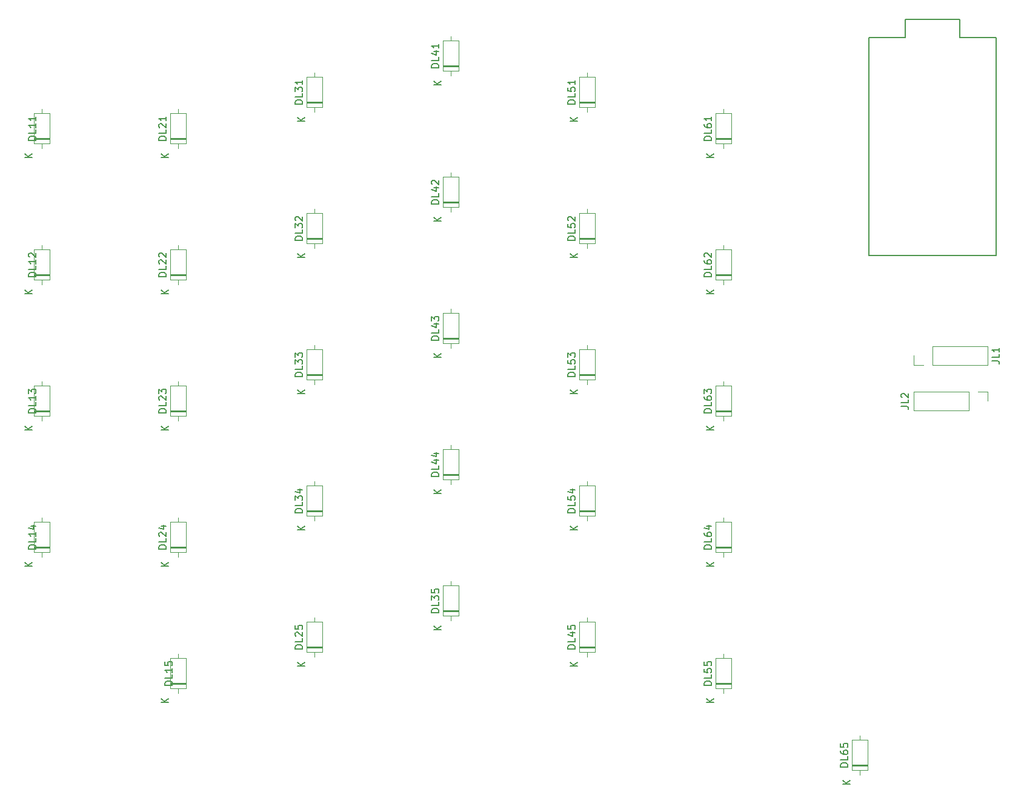
<source format=gbr>
%TF.GenerationSoftware,KiCad,Pcbnew,(5.1.9)-1*%
%TF.CreationDate,2021-03-27T16:34:22+07:00*%
%TF.ProjectId,LetsSplit256,4c657473-5370-46c6-9974-3235362e6b69,rev?*%
%TF.SameCoordinates,Original*%
%TF.FileFunction,Legend,Top*%
%TF.FilePolarity,Positive*%
%FSLAX46Y46*%
G04 Gerber Fmt 4.6, Leading zero omitted, Abs format (unit mm)*
G04 Created by KiCad (PCBNEW (5.1.9)-1) date 2021-03-27 16:34:22*
%MOMM*%
%LPD*%
G01*
G04 APERTURE LIST*
%ADD10C,0.120000*%
%ADD11C,0.150000*%
G04 APERTURE END LIST*
D10*
%TO.C,JL1*%
X158810000Y-82610000D02*
X158810000Y-79950000D01*
X151130000Y-82610000D02*
X158810000Y-82610000D01*
X151130000Y-79950000D02*
X158810000Y-79950000D01*
X151130000Y-82610000D02*
X151130000Y-79950000D01*
X149860000Y-82610000D02*
X148530000Y-82610000D01*
X148530000Y-82610000D02*
X148530000Y-81280000D01*
%TO.C,JL2*%
X148530000Y-86300000D02*
X148530000Y-88960000D01*
X156210000Y-86300000D02*
X148530000Y-86300000D01*
X156210000Y-88960000D02*
X148530000Y-88960000D01*
X156210000Y-86300000D02*
X156210000Y-88960000D01*
X157480000Y-86300000D02*
X158810000Y-86300000D01*
X158810000Y-86300000D02*
X158810000Y-87630000D01*
%TO.C,DL65*%
X139850000Y-138680000D02*
X142090000Y-138680000D01*
X139850000Y-138440000D02*
X142090000Y-138440000D01*
X139850000Y-138560000D02*
X142090000Y-138560000D01*
X140970000Y-134390000D02*
X140970000Y-135040000D01*
X140970000Y-139930000D02*
X140970000Y-139280000D01*
X139850000Y-135040000D02*
X139850000Y-139280000D01*
X142090000Y-135040000D02*
X139850000Y-135040000D01*
X142090000Y-139280000D02*
X142090000Y-135040000D01*
X139850000Y-139280000D02*
X142090000Y-139280000D01*
%TO.C,DL64*%
X120800000Y-108800000D02*
X123040000Y-108800000D01*
X123040000Y-108800000D02*
X123040000Y-104560000D01*
X123040000Y-104560000D02*
X120800000Y-104560000D01*
X120800000Y-104560000D02*
X120800000Y-108800000D01*
X121920000Y-109450000D02*
X121920000Y-108800000D01*
X121920000Y-103910000D02*
X121920000Y-104560000D01*
X120800000Y-108080000D02*
X123040000Y-108080000D01*
X120800000Y-107960000D02*
X123040000Y-107960000D01*
X120800000Y-108200000D02*
X123040000Y-108200000D01*
%TO.C,DL63*%
X120800000Y-89150000D02*
X123040000Y-89150000D01*
X120800000Y-88910000D02*
X123040000Y-88910000D01*
X120800000Y-89030000D02*
X123040000Y-89030000D01*
X121920000Y-84860000D02*
X121920000Y-85510000D01*
X121920000Y-90400000D02*
X121920000Y-89750000D01*
X120800000Y-85510000D02*
X120800000Y-89750000D01*
X123040000Y-85510000D02*
X120800000Y-85510000D01*
X123040000Y-89750000D02*
X123040000Y-85510000D01*
X120800000Y-89750000D02*
X123040000Y-89750000D01*
%TO.C,DL62*%
X120800000Y-70100000D02*
X123040000Y-70100000D01*
X120800000Y-69860000D02*
X123040000Y-69860000D01*
X120800000Y-69980000D02*
X123040000Y-69980000D01*
X121920000Y-65810000D02*
X121920000Y-66460000D01*
X121920000Y-71350000D02*
X121920000Y-70700000D01*
X120800000Y-66460000D02*
X120800000Y-70700000D01*
X123040000Y-66460000D02*
X120800000Y-66460000D01*
X123040000Y-70700000D02*
X123040000Y-66460000D01*
X120800000Y-70700000D02*
X123040000Y-70700000D01*
%TO.C,DL61*%
X120800000Y-51050000D02*
X123040000Y-51050000D01*
X120800000Y-50810000D02*
X123040000Y-50810000D01*
X120800000Y-50930000D02*
X123040000Y-50930000D01*
X121920000Y-46760000D02*
X121920000Y-47410000D01*
X121920000Y-52300000D02*
X121920000Y-51650000D01*
X120800000Y-47410000D02*
X120800000Y-51650000D01*
X123040000Y-47410000D02*
X120800000Y-47410000D01*
X123040000Y-51650000D02*
X123040000Y-47410000D01*
X120800000Y-51650000D02*
X123040000Y-51650000D01*
%TO.C,DL55*%
X120800000Y-127850000D02*
X123040000Y-127850000D01*
X123040000Y-127850000D02*
X123040000Y-123610000D01*
X123040000Y-123610000D02*
X120800000Y-123610000D01*
X120800000Y-123610000D02*
X120800000Y-127850000D01*
X121920000Y-128500000D02*
X121920000Y-127850000D01*
X121920000Y-122960000D02*
X121920000Y-123610000D01*
X120800000Y-127130000D02*
X123040000Y-127130000D01*
X120800000Y-127010000D02*
X123040000Y-127010000D01*
X120800000Y-127250000D02*
X123040000Y-127250000D01*
%TO.C,DL54*%
X101750000Y-103120000D02*
X103990000Y-103120000D01*
X101750000Y-102880000D02*
X103990000Y-102880000D01*
X101750000Y-103000000D02*
X103990000Y-103000000D01*
X102870000Y-98830000D02*
X102870000Y-99480000D01*
X102870000Y-104370000D02*
X102870000Y-103720000D01*
X101750000Y-99480000D02*
X101750000Y-103720000D01*
X103990000Y-99480000D02*
X101750000Y-99480000D01*
X103990000Y-103720000D02*
X103990000Y-99480000D01*
X101750000Y-103720000D02*
X103990000Y-103720000D01*
%TO.C,DL53*%
X101750000Y-84670000D02*
X103990000Y-84670000D01*
X103990000Y-84670000D02*
X103990000Y-80430000D01*
X103990000Y-80430000D02*
X101750000Y-80430000D01*
X101750000Y-80430000D02*
X101750000Y-84670000D01*
X102870000Y-85320000D02*
X102870000Y-84670000D01*
X102870000Y-79780000D02*
X102870000Y-80430000D01*
X101750000Y-83950000D02*
X103990000Y-83950000D01*
X101750000Y-83830000D02*
X103990000Y-83830000D01*
X101750000Y-84070000D02*
X103990000Y-84070000D01*
%TO.C,DL52*%
X101750000Y-65620000D02*
X103990000Y-65620000D01*
X103990000Y-65620000D02*
X103990000Y-61380000D01*
X103990000Y-61380000D02*
X101750000Y-61380000D01*
X101750000Y-61380000D02*
X101750000Y-65620000D01*
X102870000Y-66270000D02*
X102870000Y-65620000D01*
X102870000Y-60730000D02*
X102870000Y-61380000D01*
X101750000Y-64900000D02*
X103990000Y-64900000D01*
X101750000Y-64780000D02*
X103990000Y-64780000D01*
X101750000Y-65020000D02*
X103990000Y-65020000D01*
%TO.C,DL51*%
X101750000Y-46570000D02*
X103990000Y-46570000D01*
X103990000Y-46570000D02*
X103990000Y-42330000D01*
X103990000Y-42330000D02*
X101750000Y-42330000D01*
X101750000Y-42330000D02*
X101750000Y-46570000D01*
X102870000Y-47220000D02*
X102870000Y-46570000D01*
X102870000Y-41680000D02*
X102870000Y-42330000D01*
X101750000Y-45850000D02*
X103990000Y-45850000D01*
X101750000Y-45730000D02*
X103990000Y-45730000D01*
X101750000Y-45970000D02*
X103990000Y-45970000D01*
%TO.C,DL45*%
X101750000Y-122170000D02*
X103990000Y-122170000D01*
X101750000Y-121930000D02*
X103990000Y-121930000D01*
X101750000Y-122050000D02*
X103990000Y-122050000D01*
X102870000Y-117880000D02*
X102870000Y-118530000D01*
X102870000Y-123420000D02*
X102870000Y-122770000D01*
X101750000Y-118530000D02*
X101750000Y-122770000D01*
X103990000Y-118530000D02*
X101750000Y-118530000D01*
X103990000Y-122770000D02*
X103990000Y-118530000D01*
X101750000Y-122770000D02*
X103990000Y-122770000D01*
%TO.C,DL44*%
X82700000Y-98640000D02*
X84940000Y-98640000D01*
X84940000Y-98640000D02*
X84940000Y-94400000D01*
X84940000Y-94400000D02*
X82700000Y-94400000D01*
X82700000Y-94400000D02*
X82700000Y-98640000D01*
X83820000Y-99290000D02*
X83820000Y-98640000D01*
X83820000Y-93750000D02*
X83820000Y-94400000D01*
X82700000Y-97920000D02*
X84940000Y-97920000D01*
X82700000Y-97800000D02*
X84940000Y-97800000D01*
X82700000Y-98040000D02*
X84940000Y-98040000D01*
%TO.C,DL43*%
X82700000Y-78990000D02*
X84940000Y-78990000D01*
X82700000Y-78750000D02*
X84940000Y-78750000D01*
X82700000Y-78870000D02*
X84940000Y-78870000D01*
X83820000Y-74700000D02*
X83820000Y-75350000D01*
X83820000Y-80240000D02*
X83820000Y-79590000D01*
X82700000Y-75350000D02*
X82700000Y-79590000D01*
X84940000Y-75350000D02*
X82700000Y-75350000D01*
X84940000Y-79590000D02*
X84940000Y-75350000D01*
X82700000Y-79590000D02*
X84940000Y-79590000D01*
%TO.C,DL42*%
X82700000Y-59940000D02*
X84940000Y-59940000D01*
X82700000Y-59700000D02*
X84940000Y-59700000D01*
X82700000Y-59820000D02*
X84940000Y-59820000D01*
X83820000Y-55650000D02*
X83820000Y-56300000D01*
X83820000Y-61190000D02*
X83820000Y-60540000D01*
X82700000Y-56300000D02*
X82700000Y-60540000D01*
X84940000Y-56300000D02*
X82700000Y-56300000D01*
X84940000Y-60540000D02*
X84940000Y-56300000D01*
X82700000Y-60540000D02*
X84940000Y-60540000D01*
%TO.C,DL41*%
X82700000Y-40890000D02*
X84940000Y-40890000D01*
X82700000Y-40650000D02*
X84940000Y-40650000D01*
X82700000Y-40770000D02*
X84940000Y-40770000D01*
X83820000Y-36600000D02*
X83820000Y-37250000D01*
X83820000Y-42140000D02*
X83820000Y-41490000D01*
X82700000Y-37250000D02*
X82700000Y-41490000D01*
X84940000Y-37250000D02*
X82700000Y-37250000D01*
X84940000Y-41490000D02*
X84940000Y-37250000D01*
X82700000Y-41490000D02*
X84940000Y-41490000D01*
%TO.C,DL35*%
X82700000Y-117690000D02*
X84940000Y-117690000D01*
X84940000Y-117690000D02*
X84940000Y-113450000D01*
X84940000Y-113450000D02*
X82700000Y-113450000D01*
X82700000Y-113450000D02*
X82700000Y-117690000D01*
X83820000Y-118340000D02*
X83820000Y-117690000D01*
X83820000Y-112800000D02*
X83820000Y-113450000D01*
X82700000Y-116970000D02*
X84940000Y-116970000D01*
X82700000Y-116850000D02*
X84940000Y-116850000D01*
X82700000Y-117090000D02*
X84940000Y-117090000D01*
%TO.C,DL34*%
X63650000Y-103120000D02*
X65890000Y-103120000D01*
X63650000Y-102880000D02*
X65890000Y-102880000D01*
X63650000Y-103000000D02*
X65890000Y-103000000D01*
X64770000Y-98830000D02*
X64770000Y-99480000D01*
X64770000Y-104370000D02*
X64770000Y-103720000D01*
X63650000Y-99480000D02*
X63650000Y-103720000D01*
X65890000Y-99480000D02*
X63650000Y-99480000D01*
X65890000Y-103720000D02*
X65890000Y-99480000D01*
X63650000Y-103720000D02*
X65890000Y-103720000D01*
%TO.C,DL33*%
X63650000Y-84670000D02*
X65890000Y-84670000D01*
X65890000Y-84670000D02*
X65890000Y-80430000D01*
X65890000Y-80430000D02*
X63650000Y-80430000D01*
X63650000Y-80430000D02*
X63650000Y-84670000D01*
X64770000Y-85320000D02*
X64770000Y-84670000D01*
X64770000Y-79780000D02*
X64770000Y-80430000D01*
X63650000Y-83950000D02*
X65890000Y-83950000D01*
X63650000Y-83830000D02*
X65890000Y-83830000D01*
X63650000Y-84070000D02*
X65890000Y-84070000D01*
%TO.C,DL32*%
X63650000Y-65620000D02*
X65890000Y-65620000D01*
X65890000Y-65620000D02*
X65890000Y-61380000D01*
X65890000Y-61380000D02*
X63650000Y-61380000D01*
X63650000Y-61380000D02*
X63650000Y-65620000D01*
X64770000Y-66270000D02*
X64770000Y-65620000D01*
X64770000Y-60730000D02*
X64770000Y-61380000D01*
X63650000Y-64900000D02*
X65890000Y-64900000D01*
X63650000Y-64780000D02*
X65890000Y-64780000D01*
X63650000Y-65020000D02*
X65890000Y-65020000D01*
%TO.C,DL31*%
X63650000Y-46570000D02*
X65890000Y-46570000D01*
X65890000Y-46570000D02*
X65890000Y-42330000D01*
X65890000Y-42330000D02*
X63650000Y-42330000D01*
X63650000Y-42330000D02*
X63650000Y-46570000D01*
X64770000Y-47220000D02*
X64770000Y-46570000D01*
X64770000Y-41680000D02*
X64770000Y-42330000D01*
X63650000Y-45850000D02*
X65890000Y-45850000D01*
X63650000Y-45730000D02*
X65890000Y-45730000D01*
X63650000Y-45970000D02*
X65890000Y-45970000D01*
%TO.C,DL25*%
X63650000Y-122170000D02*
X65890000Y-122170000D01*
X63650000Y-121930000D02*
X65890000Y-121930000D01*
X63650000Y-122050000D02*
X65890000Y-122050000D01*
X64770000Y-117880000D02*
X64770000Y-118530000D01*
X64770000Y-123420000D02*
X64770000Y-122770000D01*
X63650000Y-118530000D02*
X63650000Y-122770000D01*
X65890000Y-118530000D02*
X63650000Y-118530000D01*
X65890000Y-122770000D02*
X65890000Y-118530000D01*
X63650000Y-122770000D02*
X65890000Y-122770000D01*
%TO.C,DL24*%
X44600000Y-108800000D02*
X46840000Y-108800000D01*
X46840000Y-108800000D02*
X46840000Y-104560000D01*
X46840000Y-104560000D02*
X44600000Y-104560000D01*
X44600000Y-104560000D02*
X44600000Y-108800000D01*
X45720000Y-109450000D02*
X45720000Y-108800000D01*
X45720000Y-103910000D02*
X45720000Y-104560000D01*
X44600000Y-108080000D02*
X46840000Y-108080000D01*
X44600000Y-107960000D02*
X46840000Y-107960000D01*
X44600000Y-108200000D02*
X46840000Y-108200000D01*
%TO.C,DL23*%
X44600000Y-89150000D02*
X46840000Y-89150000D01*
X44600000Y-88910000D02*
X46840000Y-88910000D01*
X44600000Y-89030000D02*
X46840000Y-89030000D01*
X45720000Y-84860000D02*
X45720000Y-85510000D01*
X45720000Y-90400000D02*
X45720000Y-89750000D01*
X44600000Y-85510000D02*
X44600000Y-89750000D01*
X46840000Y-85510000D02*
X44600000Y-85510000D01*
X46840000Y-89750000D02*
X46840000Y-85510000D01*
X44600000Y-89750000D02*
X46840000Y-89750000D01*
%TO.C,DL22*%
X44600000Y-70700000D02*
X46840000Y-70700000D01*
X46840000Y-70700000D02*
X46840000Y-66460000D01*
X46840000Y-66460000D02*
X44600000Y-66460000D01*
X44600000Y-66460000D02*
X44600000Y-70700000D01*
X45720000Y-71350000D02*
X45720000Y-70700000D01*
X45720000Y-65810000D02*
X45720000Y-66460000D01*
X44600000Y-69980000D02*
X46840000Y-69980000D01*
X44600000Y-69860000D02*
X46840000Y-69860000D01*
X44600000Y-70100000D02*
X46840000Y-70100000D01*
%TO.C,DL21*%
X44600000Y-51050000D02*
X46840000Y-51050000D01*
X44600000Y-50810000D02*
X46840000Y-50810000D01*
X44600000Y-50930000D02*
X46840000Y-50930000D01*
X45720000Y-46760000D02*
X45720000Y-47410000D01*
X45720000Y-52300000D02*
X45720000Y-51650000D01*
X44600000Y-47410000D02*
X44600000Y-51650000D01*
X46840000Y-47410000D02*
X44600000Y-47410000D01*
X46840000Y-51650000D02*
X46840000Y-47410000D01*
X44600000Y-51650000D02*
X46840000Y-51650000D01*
%TO.C,DL15*%
X44600000Y-127850000D02*
X46840000Y-127850000D01*
X46840000Y-127850000D02*
X46840000Y-123610000D01*
X46840000Y-123610000D02*
X44600000Y-123610000D01*
X44600000Y-123610000D02*
X44600000Y-127850000D01*
X45720000Y-128500000D02*
X45720000Y-127850000D01*
X45720000Y-122960000D02*
X45720000Y-123610000D01*
X44600000Y-127130000D02*
X46840000Y-127130000D01*
X44600000Y-127010000D02*
X46840000Y-127010000D01*
X44600000Y-127250000D02*
X46840000Y-127250000D01*
%TO.C,DL14*%
X25550000Y-108800000D02*
X27790000Y-108800000D01*
X27790000Y-108800000D02*
X27790000Y-104560000D01*
X27790000Y-104560000D02*
X25550000Y-104560000D01*
X25550000Y-104560000D02*
X25550000Y-108800000D01*
X26670000Y-109450000D02*
X26670000Y-108800000D01*
X26670000Y-103910000D02*
X26670000Y-104560000D01*
X25550000Y-108080000D02*
X27790000Y-108080000D01*
X25550000Y-107960000D02*
X27790000Y-107960000D01*
X25550000Y-108200000D02*
X27790000Y-108200000D01*
%TO.C,DL13*%
X25550000Y-89150000D02*
X27790000Y-89150000D01*
X25550000Y-88910000D02*
X27790000Y-88910000D01*
X25550000Y-89030000D02*
X27790000Y-89030000D01*
X26670000Y-84860000D02*
X26670000Y-85510000D01*
X26670000Y-90400000D02*
X26670000Y-89750000D01*
X25550000Y-85510000D02*
X25550000Y-89750000D01*
X27790000Y-85510000D02*
X25550000Y-85510000D01*
X27790000Y-89750000D02*
X27790000Y-85510000D01*
X25550000Y-89750000D02*
X27790000Y-89750000D01*
%TO.C,DL12*%
X25550000Y-70100000D02*
X27790000Y-70100000D01*
X25550000Y-69860000D02*
X27790000Y-69860000D01*
X25550000Y-69980000D02*
X27790000Y-69980000D01*
X26670000Y-65810000D02*
X26670000Y-66460000D01*
X26670000Y-71350000D02*
X26670000Y-70700000D01*
X25550000Y-66460000D02*
X25550000Y-70700000D01*
X27790000Y-66460000D02*
X25550000Y-66460000D01*
X27790000Y-70700000D02*
X27790000Y-66460000D01*
X25550000Y-70700000D02*
X27790000Y-70700000D01*
%TO.C,DL11*%
X25550000Y-51650000D02*
X27790000Y-51650000D01*
X27790000Y-51650000D02*
X27790000Y-47410000D01*
X27790000Y-47410000D02*
X25550000Y-47410000D01*
X25550000Y-47410000D02*
X25550000Y-51650000D01*
X26670000Y-52300000D02*
X26670000Y-51650000D01*
X26670000Y-46760000D02*
X26670000Y-47410000D01*
X25550000Y-50930000D02*
X27790000Y-50930000D01*
X25550000Y-50810000D02*
X27790000Y-50810000D01*
X25550000Y-51050000D02*
X27790000Y-51050000D01*
D11*
%TO.C,U1*%
X142240000Y-36830000D02*
X142240000Y-67310000D01*
X142240000Y-36830000D02*
X147320000Y-36830000D01*
X147320000Y-36830000D02*
X147320000Y-34290000D01*
X147320000Y-34290000D02*
X154940000Y-34290000D01*
X154940000Y-34290000D02*
X154940000Y-36830000D01*
X154940000Y-36830000D02*
X160020000Y-36830000D01*
X160020000Y-36830000D02*
X160020000Y-67310000D01*
X160020000Y-67310000D02*
X142240000Y-67310000D01*
%TO.C,JL1*%
X159472380Y-82018095D02*
X160186666Y-82018095D01*
X160329523Y-82065714D01*
X160424761Y-82160952D01*
X160472380Y-82303809D01*
X160472380Y-82399047D01*
X160472380Y-81065714D02*
X160472380Y-81541904D01*
X159472380Y-81541904D01*
X160472380Y-80208571D02*
X160472380Y-80780000D01*
X160472380Y-80494285D02*
X159472380Y-80494285D01*
X159615238Y-80589523D01*
X159710476Y-80684761D01*
X159758095Y-80780000D01*
%TO.C,JL2*%
X146772380Y-88368095D02*
X147486666Y-88368095D01*
X147629523Y-88415714D01*
X147724761Y-88510952D01*
X147772380Y-88653809D01*
X147772380Y-88749047D01*
X147772380Y-87415714D02*
X147772380Y-87891904D01*
X146772380Y-87891904D01*
X146867619Y-87130000D02*
X146820000Y-87082380D01*
X146772380Y-86987142D01*
X146772380Y-86749047D01*
X146820000Y-86653809D01*
X146867619Y-86606190D01*
X146962857Y-86558571D01*
X147058095Y-86558571D01*
X147200952Y-86606190D01*
X147772380Y-87177619D01*
X147772380Y-86558571D01*
%TO.C,DL65*%
X139302380Y-138779047D02*
X138302380Y-138779047D01*
X138302380Y-138540952D01*
X138350000Y-138398095D01*
X138445238Y-138302857D01*
X138540476Y-138255238D01*
X138730952Y-138207619D01*
X138873809Y-138207619D01*
X139064285Y-138255238D01*
X139159523Y-138302857D01*
X139254761Y-138398095D01*
X139302380Y-138540952D01*
X139302380Y-138779047D01*
X139302380Y-137302857D02*
X139302380Y-137779047D01*
X138302380Y-137779047D01*
X138302380Y-136540952D02*
X138302380Y-136731428D01*
X138350000Y-136826666D01*
X138397619Y-136874285D01*
X138540476Y-136969523D01*
X138730952Y-137017142D01*
X139111904Y-137017142D01*
X139207142Y-136969523D01*
X139254761Y-136921904D01*
X139302380Y-136826666D01*
X139302380Y-136636190D01*
X139254761Y-136540952D01*
X139207142Y-136493333D01*
X139111904Y-136445714D01*
X138873809Y-136445714D01*
X138778571Y-136493333D01*
X138730952Y-136540952D01*
X138683333Y-136636190D01*
X138683333Y-136826666D01*
X138730952Y-136921904D01*
X138778571Y-136969523D01*
X138873809Y-137017142D01*
X138302380Y-135540952D02*
X138302380Y-136017142D01*
X138778571Y-136064761D01*
X138730952Y-136017142D01*
X138683333Y-135921904D01*
X138683333Y-135683809D01*
X138730952Y-135588571D01*
X138778571Y-135540952D01*
X138873809Y-135493333D01*
X139111904Y-135493333D01*
X139207142Y-135540952D01*
X139254761Y-135588571D01*
X139302380Y-135683809D01*
X139302380Y-135921904D01*
X139254761Y-136017142D01*
X139207142Y-136064761D01*
X139622380Y-141231904D02*
X138622380Y-141231904D01*
X139622380Y-140660476D02*
X139050952Y-141089047D01*
X138622380Y-140660476D02*
X139193809Y-141231904D01*
%TO.C,DL64*%
X120252380Y-108299047D02*
X119252380Y-108299047D01*
X119252380Y-108060952D01*
X119300000Y-107918095D01*
X119395238Y-107822857D01*
X119490476Y-107775238D01*
X119680952Y-107727619D01*
X119823809Y-107727619D01*
X120014285Y-107775238D01*
X120109523Y-107822857D01*
X120204761Y-107918095D01*
X120252380Y-108060952D01*
X120252380Y-108299047D01*
X120252380Y-106822857D02*
X120252380Y-107299047D01*
X119252380Y-107299047D01*
X119252380Y-106060952D02*
X119252380Y-106251428D01*
X119300000Y-106346666D01*
X119347619Y-106394285D01*
X119490476Y-106489523D01*
X119680952Y-106537142D01*
X120061904Y-106537142D01*
X120157142Y-106489523D01*
X120204761Y-106441904D01*
X120252380Y-106346666D01*
X120252380Y-106156190D01*
X120204761Y-106060952D01*
X120157142Y-106013333D01*
X120061904Y-105965714D01*
X119823809Y-105965714D01*
X119728571Y-106013333D01*
X119680952Y-106060952D01*
X119633333Y-106156190D01*
X119633333Y-106346666D01*
X119680952Y-106441904D01*
X119728571Y-106489523D01*
X119823809Y-106537142D01*
X119585714Y-105108571D02*
X120252380Y-105108571D01*
X119204761Y-105346666D02*
X119919047Y-105584761D01*
X119919047Y-104965714D01*
X120572380Y-110751904D02*
X119572380Y-110751904D01*
X120572380Y-110180476D02*
X120000952Y-110609047D01*
X119572380Y-110180476D02*
X120143809Y-110751904D01*
%TO.C,DL63*%
X120252380Y-89249047D02*
X119252380Y-89249047D01*
X119252380Y-89010952D01*
X119300000Y-88868095D01*
X119395238Y-88772857D01*
X119490476Y-88725238D01*
X119680952Y-88677619D01*
X119823809Y-88677619D01*
X120014285Y-88725238D01*
X120109523Y-88772857D01*
X120204761Y-88868095D01*
X120252380Y-89010952D01*
X120252380Y-89249047D01*
X120252380Y-87772857D02*
X120252380Y-88249047D01*
X119252380Y-88249047D01*
X119252380Y-87010952D02*
X119252380Y-87201428D01*
X119300000Y-87296666D01*
X119347619Y-87344285D01*
X119490476Y-87439523D01*
X119680952Y-87487142D01*
X120061904Y-87487142D01*
X120157142Y-87439523D01*
X120204761Y-87391904D01*
X120252380Y-87296666D01*
X120252380Y-87106190D01*
X120204761Y-87010952D01*
X120157142Y-86963333D01*
X120061904Y-86915714D01*
X119823809Y-86915714D01*
X119728571Y-86963333D01*
X119680952Y-87010952D01*
X119633333Y-87106190D01*
X119633333Y-87296666D01*
X119680952Y-87391904D01*
X119728571Y-87439523D01*
X119823809Y-87487142D01*
X119252380Y-86582380D02*
X119252380Y-85963333D01*
X119633333Y-86296666D01*
X119633333Y-86153809D01*
X119680952Y-86058571D01*
X119728571Y-86010952D01*
X119823809Y-85963333D01*
X120061904Y-85963333D01*
X120157142Y-86010952D01*
X120204761Y-86058571D01*
X120252380Y-86153809D01*
X120252380Y-86439523D01*
X120204761Y-86534761D01*
X120157142Y-86582380D01*
X120572380Y-91701904D02*
X119572380Y-91701904D01*
X120572380Y-91130476D02*
X120000952Y-91559047D01*
X119572380Y-91130476D02*
X120143809Y-91701904D01*
%TO.C,DL62*%
X120252380Y-70199047D02*
X119252380Y-70199047D01*
X119252380Y-69960952D01*
X119300000Y-69818095D01*
X119395238Y-69722857D01*
X119490476Y-69675238D01*
X119680952Y-69627619D01*
X119823809Y-69627619D01*
X120014285Y-69675238D01*
X120109523Y-69722857D01*
X120204761Y-69818095D01*
X120252380Y-69960952D01*
X120252380Y-70199047D01*
X120252380Y-68722857D02*
X120252380Y-69199047D01*
X119252380Y-69199047D01*
X119252380Y-67960952D02*
X119252380Y-68151428D01*
X119300000Y-68246666D01*
X119347619Y-68294285D01*
X119490476Y-68389523D01*
X119680952Y-68437142D01*
X120061904Y-68437142D01*
X120157142Y-68389523D01*
X120204761Y-68341904D01*
X120252380Y-68246666D01*
X120252380Y-68056190D01*
X120204761Y-67960952D01*
X120157142Y-67913333D01*
X120061904Y-67865714D01*
X119823809Y-67865714D01*
X119728571Y-67913333D01*
X119680952Y-67960952D01*
X119633333Y-68056190D01*
X119633333Y-68246666D01*
X119680952Y-68341904D01*
X119728571Y-68389523D01*
X119823809Y-68437142D01*
X119347619Y-67484761D02*
X119300000Y-67437142D01*
X119252380Y-67341904D01*
X119252380Y-67103809D01*
X119300000Y-67008571D01*
X119347619Y-66960952D01*
X119442857Y-66913333D01*
X119538095Y-66913333D01*
X119680952Y-66960952D01*
X120252380Y-67532380D01*
X120252380Y-66913333D01*
X120572380Y-72651904D02*
X119572380Y-72651904D01*
X120572380Y-72080476D02*
X120000952Y-72509047D01*
X119572380Y-72080476D02*
X120143809Y-72651904D01*
%TO.C,DL61*%
X120252380Y-51149047D02*
X119252380Y-51149047D01*
X119252380Y-50910952D01*
X119300000Y-50768095D01*
X119395238Y-50672857D01*
X119490476Y-50625238D01*
X119680952Y-50577619D01*
X119823809Y-50577619D01*
X120014285Y-50625238D01*
X120109523Y-50672857D01*
X120204761Y-50768095D01*
X120252380Y-50910952D01*
X120252380Y-51149047D01*
X120252380Y-49672857D02*
X120252380Y-50149047D01*
X119252380Y-50149047D01*
X119252380Y-48910952D02*
X119252380Y-49101428D01*
X119300000Y-49196666D01*
X119347619Y-49244285D01*
X119490476Y-49339523D01*
X119680952Y-49387142D01*
X120061904Y-49387142D01*
X120157142Y-49339523D01*
X120204761Y-49291904D01*
X120252380Y-49196666D01*
X120252380Y-49006190D01*
X120204761Y-48910952D01*
X120157142Y-48863333D01*
X120061904Y-48815714D01*
X119823809Y-48815714D01*
X119728571Y-48863333D01*
X119680952Y-48910952D01*
X119633333Y-49006190D01*
X119633333Y-49196666D01*
X119680952Y-49291904D01*
X119728571Y-49339523D01*
X119823809Y-49387142D01*
X120252380Y-47863333D02*
X120252380Y-48434761D01*
X120252380Y-48149047D02*
X119252380Y-48149047D01*
X119395238Y-48244285D01*
X119490476Y-48339523D01*
X119538095Y-48434761D01*
X120572380Y-53601904D02*
X119572380Y-53601904D01*
X120572380Y-53030476D02*
X120000952Y-53459047D01*
X119572380Y-53030476D02*
X120143809Y-53601904D01*
%TO.C,DL55*%
X120252380Y-127349047D02*
X119252380Y-127349047D01*
X119252380Y-127110952D01*
X119300000Y-126968095D01*
X119395238Y-126872857D01*
X119490476Y-126825238D01*
X119680952Y-126777619D01*
X119823809Y-126777619D01*
X120014285Y-126825238D01*
X120109523Y-126872857D01*
X120204761Y-126968095D01*
X120252380Y-127110952D01*
X120252380Y-127349047D01*
X120252380Y-125872857D02*
X120252380Y-126349047D01*
X119252380Y-126349047D01*
X119252380Y-125063333D02*
X119252380Y-125539523D01*
X119728571Y-125587142D01*
X119680952Y-125539523D01*
X119633333Y-125444285D01*
X119633333Y-125206190D01*
X119680952Y-125110952D01*
X119728571Y-125063333D01*
X119823809Y-125015714D01*
X120061904Y-125015714D01*
X120157142Y-125063333D01*
X120204761Y-125110952D01*
X120252380Y-125206190D01*
X120252380Y-125444285D01*
X120204761Y-125539523D01*
X120157142Y-125587142D01*
X119252380Y-124110952D02*
X119252380Y-124587142D01*
X119728571Y-124634761D01*
X119680952Y-124587142D01*
X119633333Y-124491904D01*
X119633333Y-124253809D01*
X119680952Y-124158571D01*
X119728571Y-124110952D01*
X119823809Y-124063333D01*
X120061904Y-124063333D01*
X120157142Y-124110952D01*
X120204761Y-124158571D01*
X120252380Y-124253809D01*
X120252380Y-124491904D01*
X120204761Y-124587142D01*
X120157142Y-124634761D01*
X120572380Y-129801904D02*
X119572380Y-129801904D01*
X120572380Y-129230476D02*
X120000952Y-129659047D01*
X119572380Y-129230476D02*
X120143809Y-129801904D01*
%TO.C,DL54*%
X101202380Y-103219047D02*
X100202380Y-103219047D01*
X100202380Y-102980952D01*
X100250000Y-102838095D01*
X100345238Y-102742857D01*
X100440476Y-102695238D01*
X100630952Y-102647619D01*
X100773809Y-102647619D01*
X100964285Y-102695238D01*
X101059523Y-102742857D01*
X101154761Y-102838095D01*
X101202380Y-102980952D01*
X101202380Y-103219047D01*
X101202380Y-101742857D02*
X101202380Y-102219047D01*
X100202380Y-102219047D01*
X100202380Y-100933333D02*
X100202380Y-101409523D01*
X100678571Y-101457142D01*
X100630952Y-101409523D01*
X100583333Y-101314285D01*
X100583333Y-101076190D01*
X100630952Y-100980952D01*
X100678571Y-100933333D01*
X100773809Y-100885714D01*
X101011904Y-100885714D01*
X101107142Y-100933333D01*
X101154761Y-100980952D01*
X101202380Y-101076190D01*
X101202380Y-101314285D01*
X101154761Y-101409523D01*
X101107142Y-101457142D01*
X100535714Y-100028571D02*
X101202380Y-100028571D01*
X100154761Y-100266666D02*
X100869047Y-100504761D01*
X100869047Y-99885714D01*
X101522380Y-105671904D02*
X100522380Y-105671904D01*
X101522380Y-105100476D02*
X100950952Y-105529047D01*
X100522380Y-105100476D02*
X101093809Y-105671904D01*
%TO.C,DL53*%
X101202380Y-84169047D02*
X100202380Y-84169047D01*
X100202380Y-83930952D01*
X100250000Y-83788095D01*
X100345238Y-83692857D01*
X100440476Y-83645238D01*
X100630952Y-83597619D01*
X100773809Y-83597619D01*
X100964285Y-83645238D01*
X101059523Y-83692857D01*
X101154761Y-83788095D01*
X101202380Y-83930952D01*
X101202380Y-84169047D01*
X101202380Y-82692857D02*
X101202380Y-83169047D01*
X100202380Y-83169047D01*
X100202380Y-81883333D02*
X100202380Y-82359523D01*
X100678571Y-82407142D01*
X100630952Y-82359523D01*
X100583333Y-82264285D01*
X100583333Y-82026190D01*
X100630952Y-81930952D01*
X100678571Y-81883333D01*
X100773809Y-81835714D01*
X101011904Y-81835714D01*
X101107142Y-81883333D01*
X101154761Y-81930952D01*
X101202380Y-82026190D01*
X101202380Y-82264285D01*
X101154761Y-82359523D01*
X101107142Y-82407142D01*
X100202380Y-81502380D02*
X100202380Y-80883333D01*
X100583333Y-81216666D01*
X100583333Y-81073809D01*
X100630952Y-80978571D01*
X100678571Y-80930952D01*
X100773809Y-80883333D01*
X101011904Y-80883333D01*
X101107142Y-80930952D01*
X101154761Y-80978571D01*
X101202380Y-81073809D01*
X101202380Y-81359523D01*
X101154761Y-81454761D01*
X101107142Y-81502380D01*
X101522380Y-86621904D02*
X100522380Y-86621904D01*
X101522380Y-86050476D02*
X100950952Y-86479047D01*
X100522380Y-86050476D02*
X101093809Y-86621904D01*
%TO.C,DL52*%
X101202380Y-65119047D02*
X100202380Y-65119047D01*
X100202380Y-64880952D01*
X100250000Y-64738095D01*
X100345238Y-64642857D01*
X100440476Y-64595238D01*
X100630952Y-64547619D01*
X100773809Y-64547619D01*
X100964285Y-64595238D01*
X101059523Y-64642857D01*
X101154761Y-64738095D01*
X101202380Y-64880952D01*
X101202380Y-65119047D01*
X101202380Y-63642857D02*
X101202380Y-64119047D01*
X100202380Y-64119047D01*
X100202380Y-62833333D02*
X100202380Y-63309523D01*
X100678571Y-63357142D01*
X100630952Y-63309523D01*
X100583333Y-63214285D01*
X100583333Y-62976190D01*
X100630952Y-62880952D01*
X100678571Y-62833333D01*
X100773809Y-62785714D01*
X101011904Y-62785714D01*
X101107142Y-62833333D01*
X101154761Y-62880952D01*
X101202380Y-62976190D01*
X101202380Y-63214285D01*
X101154761Y-63309523D01*
X101107142Y-63357142D01*
X100297619Y-62404761D02*
X100250000Y-62357142D01*
X100202380Y-62261904D01*
X100202380Y-62023809D01*
X100250000Y-61928571D01*
X100297619Y-61880952D01*
X100392857Y-61833333D01*
X100488095Y-61833333D01*
X100630952Y-61880952D01*
X101202380Y-62452380D01*
X101202380Y-61833333D01*
X101522380Y-67571904D02*
X100522380Y-67571904D01*
X101522380Y-67000476D02*
X100950952Y-67429047D01*
X100522380Y-67000476D02*
X101093809Y-67571904D01*
%TO.C,DL51*%
X101202380Y-46069047D02*
X100202380Y-46069047D01*
X100202380Y-45830952D01*
X100250000Y-45688095D01*
X100345238Y-45592857D01*
X100440476Y-45545238D01*
X100630952Y-45497619D01*
X100773809Y-45497619D01*
X100964285Y-45545238D01*
X101059523Y-45592857D01*
X101154761Y-45688095D01*
X101202380Y-45830952D01*
X101202380Y-46069047D01*
X101202380Y-44592857D02*
X101202380Y-45069047D01*
X100202380Y-45069047D01*
X100202380Y-43783333D02*
X100202380Y-44259523D01*
X100678571Y-44307142D01*
X100630952Y-44259523D01*
X100583333Y-44164285D01*
X100583333Y-43926190D01*
X100630952Y-43830952D01*
X100678571Y-43783333D01*
X100773809Y-43735714D01*
X101011904Y-43735714D01*
X101107142Y-43783333D01*
X101154761Y-43830952D01*
X101202380Y-43926190D01*
X101202380Y-44164285D01*
X101154761Y-44259523D01*
X101107142Y-44307142D01*
X101202380Y-42783333D02*
X101202380Y-43354761D01*
X101202380Y-43069047D02*
X100202380Y-43069047D01*
X100345238Y-43164285D01*
X100440476Y-43259523D01*
X100488095Y-43354761D01*
X101522380Y-48521904D02*
X100522380Y-48521904D01*
X101522380Y-47950476D02*
X100950952Y-48379047D01*
X100522380Y-47950476D02*
X101093809Y-48521904D01*
%TO.C,DL45*%
X101202380Y-122269047D02*
X100202380Y-122269047D01*
X100202380Y-122030952D01*
X100250000Y-121888095D01*
X100345238Y-121792857D01*
X100440476Y-121745238D01*
X100630952Y-121697619D01*
X100773809Y-121697619D01*
X100964285Y-121745238D01*
X101059523Y-121792857D01*
X101154761Y-121888095D01*
X101202380Y-122030952D01*
X101202380Y-122269047D01*
X101202380Y-120792857D02*
X101202380Y-121269047D01*
X100202380Y-121269047D01*
X100535714Y-120030952D02*
X101202380Y-120030952D01*
X100154761Y-120269047D02*
X100869047Y-120507142D01*
X100869047Y-119888095D01*
X100202380Y-119030952D02*
X100202380Y-119507142D01*
X100678571Y-119554761D01*
X100630952Y-119507142D01*
X100583333Y-119411904D01*
X100583333Y-119173809D01*
X100630952Y-119078571D01*
X100678571Y-119030952D01*
X100773809Y-118983333D01*
X101011904Y-118983333D01*
X101107142Y-119030952D01*
X101154761Y-119078571D01*
X101202380Y-119173809D01*
X101202380Y-119411904D01*
X101154761Y-119507142D01*
X101107142Y-119554761D01*
X101522380Y-124721904D02*
X100522380Y-124721904D01*
X101522380Y-124150476D02*
X100950952Y-124579047D01*
X100522380Y-124150476D02*
X101093809Y-124721904D01*
%TO.C,DL44*%
X82152380Y-98139047D02*
X81152380Y-98139047D01*
X81152380Y-97900952D01*
X81200000Y-97758095D01*
X81295238Y-97662857D01*
X81390476Y-97615238D01*
X81580952Y-97567619D01*
X81723809Y-97567619D01*
X81914285Y-97615238D01*
X82009523Y-97662857D01*
X82104761Y-97758095D01*
X82152380Y-97900952D01*
X82152380Y-98139047D01*
X82152380Y-96662857D02*
X82152380Y-97139047D01*
X81152380Y-97139047D01*
X81485714Y-95900952D02*
X82152380Y-95900952D01*
X81104761Y-96139047D02*
X81819047Y-96377142D01*
X81819047Y-95758095D01*
X81485714Y-94948571D02*
X82152380Y-94948571D01*
X81104761Y-95186666D02*
X81819047Y-95424761D01*
X81819047Y-94805714D01*
X82472380Y-100591904D02*
X81472380Y-100591904D01*
X82472380Y-100020476D02*
X81900952Y-100449047D01*
X81472380Y-100020476D02*
X82043809Y-100591904D01*
%TO.C,DL43*%
X82152380Y-79089047D02*
X81152380Y-79089047D01*
X81152380Y-78850952D01*
X81200000Y-78708095D01*
X81295238Y-78612857D01*
X81390476Y-78565238D01*
X81580952Y-78517619D01*
X81723809Y-78517619D01*
X81914285Y-78565238D01*
X82009523Y-78612857D01*
X82104761Y-78708095D01*
X82152380Y-78850952D01*
X82152380Y-79089047D01*
X82152380Y-77612857D02*
X82152380Y-78089047D01*
X81152380Y-78089047D01*
X81485714Y-76850952D02*
X82152380Y-76850952D01*
X81104761Y-77089047D02*
X81819047Y-77327142D01*
X81819047Y-76708095D01*
X81152380Y-76422380D02*
X81152380Y-75803333D01*
X81533333Y-76136666D01*
X81533333Y-75993809D01*
X81580952Y-75898571D01*
X81628571Y-75850952D01*
X81723809Y-75803333D01*
X81961904Y-75803333D01*
X82057142Y-75850952D01*
X82104761Y-75898571D01*
X82152380Y-75993809D01*
X82152380Y-76279523D01*
X82104761Y-76374761D01*
X82057142Y-76422380D01*
X82472380Y-81541904D02*
X81472380Y-81541904D01*
X82472380Y-80970476D02*
X81900952Y-81399047D01*
X81472380Y-80970476D02*
X82043809Y-81541904D01*
%TO.C,DL42*%
X82152380Y-60039047D02*
X81152380Y-60039047D01*
X81152380Y-59800952D01*
X81200000Y-59658095D01*
X81295238Y-59562857D01*
X81390476Y-59515238D01*
X81580952Y-59467619D01*
X81723809Y-59467619D01*
X81914285Y-59515238D01*
X82009523Y-59562857D01*
X82104761Y-59658095D01*
X82152380Y-59800952D01*
X82152380Y-60039047D01*
X82152380Y-58562857D02*
X82152380Y-59039047D01*
X81152380Y-59039047D01*
X81485714Y-57800952D02*
X82152380Y-57800952D01*
X81104761Y-58039047D02*
X81819047Y-58277142D01*
X81819047Y-57658095D01*
X81247619Y-57324761D02*
X81200000Y-57277142D01*
X81152380Y-57181904D01*
X81152380Y-56943809D01*
X81200000Y-56848571D01*
X81247619Y-56800952D01*
X81342857Y-56753333D01*
X81438095Y-56753333D01*
X81580952Y-56800952D01*
X82152380Y-57372380D01*
X82152380Y-56753333D01*
X82472380Y-62491904D02*
X81472380Y-62491904D01*
X82472380Y-61920476D02*
X81900952Y-62349047D01*
X81472380Y-61920476D02*
X82043809Y-62491904D01*
%TO.C,DL41*%
X82152380Y-40989047D02*
X81152380Y-40989047D01*
X81152380Y-40750952D01*
X81200000Y-40608095D01*
X81295238Y-40512857D01*
X81390476Y-40465238D01*
X81580952Y-40417619D01*
X81723809Y-40417619D01*
X81914285Y-40465238D01*
X82009523Y-40512857D01*
X82104761Y-40608095D01*
X82152380Y-40750952D01*
X82152380Y-40989047D01*
X82152380Y-39512857D02*
X82152380Y-39989047D01*
X81152380Y-39989047D01*
X81485714Y-38750952D02*
X82152380Y-38750952D01*
X81104761Y-38989047D02*
X81819047Y-39227142D01*
X81819047Y-38608095D01*
X82152380Y-37703333D02*
X82152380Y-38274761D01*
X82152380Y-37989047D02*
X81152380Y-37989047D01*
X81295238Y-38084285D01*
X81390476Y-38179523D01*
X81438095Y-38274761D01*
X82472380Y-43441904D02*
X81472380Y-43441904D01*
X82472380Y-42870476D02*
X81900952Y-43299047D01*
X81472380Y-42870476D02*
X82043809Y-43441904D01*
%TO.C,DL35*%
X82152380Y-117189047D02*
X81152380Y-117189047D01*
X81152380Y-116950952D01*
X81200000Y-116808095D01*
X81295238Y-116712857D01*
X81390476Y-116665238D01*
X81580952Y-116617619D01*
X81723809Y-116617619D01*
X81914285Y-116665238D01*
X82009523Y-116712857D01*
X82104761Y-116808095D01*
X82152380Y-116950952D01*
X82152380Y-117189047D01*
X82152380Y-115712857D02*
X82152380Y-116189047D01*
X81152380Y-116189047D01*
X81152380Y-115474761D02*
X81152380Y-114855714D01*
X81533333Y-115189047D01*
X81533333Y-115046190D01*
X81580952Y-114950952D01*
X81628571Y-114903333D01*
X81723809Y-114855714D01*
X81961904Y-114855714D01*
X82057142Y-114903333D01*
X82104761Y-114950952D01*
X82152380Y-115046190D01*
X82152380Y-115331904D01*
X82104761Y-115427142D01*
X82057142Y-115474761D01*
X81152380Y-113950952D02*
X81152380Y-114427142D01*
X81628571Y-114474761D01*
X81580952Y-114427142D01*
X81533333Y-114331904D01*
X81533333Y-114093809D01*
X81580952Y-113998571D01*
X81628571Y-113950952D01*
X81723809Y-113903333D01*
X81961904Y-113903333D01*
X82057142Y-113950952D01*
X82104761Y-113998571D01*
X82152380Y-114093809D01*
X82152380Y-114331904D01*
X82104761Y-114427142D01*
X82057142Y-114474761D01*
X82472380Y-119641904D02*
X81472380Y-119641904D01*
X82472380Y-119070476D02*
X81900952Y-119499047D01*
X81472380Y-119070476D02*
X82043809Y-119641904D01*
%TO.C,DL34*%
X63102380Y-103219047D02*
X62102380Y-103219047D01*
X62102380Y-102980952D01*
X62150000Y-102838095D01*
X62245238Y-102742857D01*
X62340476Y-102695238D01*
X62530952Y-102647619D01*
X62673809Y-102647619D01*
X62864285Y-102695238D01*
X62959523Y-102742857D01*
X63054761Y-102838095D01*
X63102380Y-102980952D01*
X63102380Y-103219047D01*
X63102380Y-101742857D02*
X63102380Y-102219047D01*
X62102380Y-102219047D01*
X62102380Y-101504761D02*
X62102380Y-100885714D01*
X62483333Y-101219047D01*
X62483333Y-101076190D01*
X62530952Y-100980952D01*
X62578571Y-100933333D01*
X62673809Y-100885714D01*
X62911904Y-100885714D01*
X63007142Y-100933333D01*
X63054761Y-100980952D01*
X63102380Y-101076190D01*
X63102380Y-101361904D01*
X63054761Y-101457142D01*
X63007142Y-101504761D01*
X62435714Y-100028571D02*
X63102380Y-100028571D01*
X62054761Y-100266666D02*
X62769047Y-100504761D01*
X62769047Y-99885714D01*
X63422380Y-105671904D02*
X62422380Y-105671904D01*
X63422380Y-105100476D02*
X62850952Y-105529047D01*
X62422380Y-105100476D02*
X62993809Y-105671904D01*
%TO.C,DL33*%
X63102380Y-84169047D02*
X62102380Y-84169047D01*
X62102380Y-83930952D01*
X62150000Y-83788095D01*
X62245238Y-83692857D01*
X62340476Y-83645238D01*
X62530952Y-83597619D01*
X62673809Y-83597619D01*
X62864285Y-83645238D01*
X62959523Y-83692857D01*
X63054761Y-83788095D01*
X63102380Y-83930952D01*
X63102380Y-84169047D01*
X63102380Y-82692857D02*
X63102380Y-83169047D01*
X62102380Y-83169047D01*
X62102380Y-82454761D02*
X62102380Y-81835714D01*
X62483333Y-82169047D01*
X62483333Y-82026190D01*
X62530952Y-81930952D01*
X62578571Y-81883333D01*
X62673809Y-81835714D01*
X62911904Y-81835714D01*
X63007142Y-81883333D01*
X63054761Y-81930952D01*
X63102380Y-82026190D01*
X63102380Y-82311904D01*
X63054761Y-82407142D01*
X63007142Y-82454761D01*
X62102380Y-81502380D02*
X62102380Y-80883333D01*
X62483333Y-81216666D01*
X62483333Y-81073809D01*
X62530952Y-80978571D01*
X62578571Y-80930952D01*
X62673809Y-80883333D01*
X62911904Y-80883333D01*
X63007142Y-80930952D01*
X63054761Y-80978571D01*
X63102380Y-81073809D01*
X63102380Y-81359523D01*
X63054761Y-81454761D01*
X63007142Y-81502380D01*
X63422380Y-86621904D02*
X62422380Y-86621904D01*
X63422380Y-86050476D02*
X62850952Y-86479047D01*
X62422380Y-86050476D02*
X62993809Y-86621904D01*
%TO.C,DL32*%
X63102380Y-65119047D02*
X62102380Y-65119047D01*
X62102380Y-64880952D01*
X62150000Y-64738095D01*
X62245238Y-64642857D01*
X62340476Y-64595238D01*
X62530952Y-64547619D01*
X62673809Y-64547619D01*
X62864285Y-64595238D01*
X62959523Y-64642857D01*
X63054761Y-64738095D01*
X63102380Y-64880952D01*
X63102380Y-65119047D01*
X63102380Y-63642857D02*
X63102380Y-64119047D01*
X62102380Y-64119047D01*
X62102380Y-63404761D02*
X62102380Y-62785714D01*
X62483333Y-63119047D01*
X62483333Y-62976190D01*
X62530952Y-62880952D01*
X62578571Y-62833333D01*
X62673809Y-62785714D01*
X62911904Y-62785714D01*
X63007142Y-62833333D01*
X63054761Y-62880952D01*
X63102380Y-62976190D01*
X63102380Y-63261904D01*
X63054761Y-63357142D01*
X63007142Y-63404761D01*
X62197619Y-62404761D02*
X62150000Y-62357142D01*
X62102380Y-62261904D01*
X62102380Y-62023809D01*
X62150000Y-61928571D01*
X62197619Y-61880952D01*
X62292857Y-61833333D01*
X62388095Y-61833333D01*
X62530952Y-61880952D01*
X63102380Y-62452380D01*
X63102380Y-61833333D01*
X63422380Y-67571904D02*
X62422380Y-67571904D01*
X63422380Y-67000476D02*
X62850952Y-67429047D01*
X62422380Y-67000476D02*
X62993809Y-67571904D01*
%TO.C,DL31*%
X63102380Y-46069047D02*
X62102380Y-46069047D01*
X62102380Y-45830952D01*
X62150000Y-45688095D01*
X62245238Y-45592857D01*
X62340476Y-45545238D01*
X62530952Y-45497619D01*
X62673809Y-45497619D01*
X62864285Y-45545238D01*
X62959523Y-45592857D01*
X63054761Y-45688095D01*
X63102380Y-45830952D01*
X63102380Y-46069047D01*
X63102380Y-44592857D02*
X63102380Y-45069047D01*
X62102380Y-45069047D01*
X62102380Y-44354761D02*
X62102380Y-43735714D01*
X62483333Y-44069047D01*
X62483333Y-43926190D01*
X62530952Y-43830952D01*
X62578571Y-43783333D01*
X62673809Y-43735714D01*
X62911904Y-43735714D01*
X63007142Y-43783333D01*
X63054761Y-43830952D01*
X63102380Y-43926190D01*
X63102380Y-44211904D01*
X63054761Y-44307142D01*
X63007142Y-44354761D01*
X63102380Y-42783333D02*
X63102380Y-43354761D01*
X63102380Y-43069047D02*
X62102380Y-43069047D01*
X62245238Y-43164285D01*
X62340476Y-43259523D01*
X62388095Y-43354761D01*
X63422380Y-48521904D02*
X62422380Y-48521904D01*
X63422380Y-47950476D02*
X62850952Y-48379047D01*
X62422380Y-47950476D02*
X62993809Y-48521904D01*
%TO.C,DL25*%
X63102380Y-122269047D02*
X62102380Y-122269047D01*
X62102380Y-122030952D01*
X62150000Y-121888095D01*
X62245238Y-121792857D01*
X62340476Y-121745238D01*
X62530952Y-121697619D01*
X62673809Y-121697619D01*
X62864285Y-121745238D01*
X62959523Y-121792857D01*
X63054761Y-121888095D01*
X63102380Y-122030952D01*
X63102380Y-122269047D01*
X63102380Y-120792857D02*
X63102380Y-121269047D01*
X62102380Y-121269047D01*
X62197619Y-120507142D02*
X62150000Y-120459523D01*
X62102380Y-120364285D01*
X62102380Y-120126190D01*
X62150000Y-120030952D01*
X62197619Y-119983333D01*
X62292857Y-119935714D01*
X62388095Y-119935714D01*
X62530952Y-119983333D01*
X63102380Y-120554761D01*
X63102380Y-119935714D01*
X62102380Y-119030952D02*
X62102380Y-119507142D01*
X62578571Y-119554761D01*
X62530952Y-119507142D01*
X62483333Y-119411904D01*
X62483333Y-119173809D01*
X62530952Y-119078571D01*
X62578571Y-119030952D01*
X62673809Y-118983333D01*
X62911904Y-118983333D01*
X63007142Y-119030952D01*
X63054761Y-119078571D01*
X63102380Y-119173809D01*
X63102380Y-119411904D01*
X63054761Y-119507142D01*
X63007142Y-119554761D01*
X63422380Y-124721904D02*
X62422380Y-124721904D01*
X63422380Y-124150476D02*
X62850952Y-124579047D01*
X62422380Y-124150476D02*
X62993809Y-124721904D01*
%TO.C,DL24*%
X44052380Y-108299047D02*
X43052380Y-108299047D01*
X43052380Y-108060952D01*
X43100000Y-107918095D01*
X43195238Y-107822857D01*
X43290476Y-107775238D01*
X43480952Y-107727619D01*
X43623809Y-107727619D01*
X43814285Y-107775238D01*
X43909523Y-107822857D01*
X44004761Y-107918095D01*
X44052380Y-108060952D01*
X44052380Y-108299047D01*
X44052380Y-106822857D02*
X44052380Y-107299047D01*
X43052380Y-107299047D01*
X43147619Y-106537142D02*
X43100000Y-106489523D01*
X43052380Y-106394285D01*
X43052380Y-106156190D01*
X43100000Y-106060952D01*
X43147619Y-106013333D01*
X43242857Y-105965714D01*
X43338095Y-105965714D01*
X43480952Y-106013333D01*
X44052380Y-106584761D01*
X44052380Y-105965714D01*
X43385714Y-105108571D02*
X44052380Y-105108571D01*
X43004761Y-105346666D02*
X43719047Y-105584761D01*
X43719047Y-104965714D01*
X44372380Y-110751904D02*
X43372380Y-110751904D01*
X44372380Y-110180476D02*
X43800952Y-110609047D01*
X43372380Y-110180476D02*
X43943809Y-110751904D01*
%TO.C,DL23*%
X44052380Y-89249047D02*
X43052380Y-89249047D01*
X43052380Y-89010952D01*
X43100000Y-88868095D01*
X43195238Y-88772857D01*
X43290476Y-88725238D01*
X43480952Y-88677619D01*
X43623809Y-88677619D01*
X43814285Y-88725238D01*
X43909523Y-88772857D01*
X44004761Y-88868095D01*
X44052380Y-89010952D01*
X44052380Y-89249047D01*
X44052380Y-87772857D02*
X44052380Y-88249047D01*
X43052380Y-88249047D01*
X43147619Y-87487142D02*
X43100000Y-87439523D01*
X43052380Y-87344285D01*
X43052380Y-87106190D01*
X43100000Y-87010952D01*
X43147619Y-86963333D01*
X43242857Y-86915714D01*
X43338095Y-86915714D01*
X43480952Y-86963333D01*
X44052380Y-87534761D01*
X44052380Y-86915714D01*
X43052380Y-86582380D02*
X43052380Y-85963333D01*
X43433333Y-86296666D01*
X43433333Y-86153809D01*
X43480952Y-86058571D01*
X43528571Y-86010952D01*
X43623809Y-85963333D01*
X43861904Y-85963333D01*
X43957142Y-86010952D01*
X44004761Y-86058571D01*
X44052380Y-86153809D01*
X44052380Y-86439523D01*
X44004761Y-86534761D01*
X43957142Y-86582380D01*
X44372380Y-91701904D02*
X43372380Y-91701904D01*
X44372380Y-91130476D02*
X43800952Y-91559047D01*
X43372380Y-91130476D02*
X43943809Y-91701904D01*
%TO.C,DL22*%
X44052380Y-70199047D02*
X43052380Y-70199047D01*
X43052380Y-69960952D01*
X43100000Y-69818095D01*
X43195238Y-69722857D01*
X43290476Y-69675238D01*
X43480952Y-69627619D01*
X43623809Y-69627619D01*
X43814285Y-69675238D01*
X43909523Y-69722857D01*
X44004761Y-69818095D01*
X44052380Y-69960952D01*
X44052380Y-70199047D01*
X44052380Y-68722857D02*
X44052380Y-69199047D01*
X43052380Y-69199047D01*
X43147619Y-68437142D02*
X43100000Y-68389523D01*
X43052380Y-68294285D01*
X43052380Y-68056190D01*
X43100000Y-67960952D01*
X43147619Y-67913333D01*
X43242857Y-67865714D01*
X43338095Y-67865714D01*
X43480952Y-67913333D01*
X44052380Y-68484761D01*
X44052380Y-67865714D01*
X43147619Y-67484761D02*
X43100000Y-67437142D01*
X43052380Y-67341904D01*
X43052380Y-67103809D01*
X43100000Y-67008571D01*
X43147619Y-66960952D01*
X43242857Y-66913333D01*
X43338095Y-66913333D01*
X43480952Y-66960952D01*
X44052380Y-67532380D01*
X44052380Y-66913333D01*
X44372380Y-72651904D02*
X43372380Y-72651904D01*
X44372380Y-72080476D02*
X43800952Y-72509047D01*
X43372380Y-72080476D02*
X43943809Y-72651904D01*
%TO.C,DL21*%
X44052380Y-51149047D02*
X43052380Y-51149047D01*
X43052380Y-50910952D01*
X43100000Y-50768095D01*
X43195238Y-50672857D01*
X43290476Y-50625238D01*
X43480952Y-50577619D01*
X43623809Y-50577619D01*
X43814285Y-50625238D01*
X43909523Y-50672857D01*
X44004761Y-50768095D01*
X44052380Y-50910952D01*
X44052380Y-51149047D01*
X44052380Y-49672857D02*
X44052380Y-50149047D01*
X43052380Y-50149047D01*
X43147619Y-49387142D02*
X43100000Y-49339523D01*
X43052380Y-49244285D01*
X43052380Y-49006190D01*
X43100000Y-48910952D01*
X43147619Y-48863333D01*
X43242857Y-48815714D01*
X43338095Y-48815714D01*
X43480952Y-48863333D01*
X44052380Y-49434761D01*
X44052380Y-48815714D01*
X44052380Y-47863333D02*
X44052380Y-48434761D01*
X44052380Y-48149047D02*
X43052380Y-48149047D01*
X43195238Y-48244285D01*
X43290476Y-48339523D01*
X43338095Y-48434761D01*
X44372380Y-53601904D02*
X43372380Y-53601904D01*
X44372380Y-53030476D02*
X43800952Y-53459047D01*
X43372380Y-53030476D02*
X43943809Y-53601904D01*
%TO.C,DL15*%
X44902380Y-127349047D02*
X43902380Y-127349047D01*
X43902380Y-127110952D01*
X43950000Y-126968095D01*
X44045238Y-126872857D01*
X44140476Y-126825238D01*
X44330952Y-126777619D01*
X44473809Y-126777619D01*
X44664285Y-126825238D01*
X44759523Y-126872857D01*
X44854761Y-126968095D01*
X44902380Y-127110952D01*
X44902380Y-127349047D01*
X44902380Y-125872857D02*
X44902380Y-126349047D01*
X43902380Y-126349047D01*
X44902380Y-125015714D02*
X44902380Y-125587142D01*
X44902380Y-125301428D02*
X43902380Y-125301428D01*
X44045238Y-125396666D01*
X44140476Y-125491904D01*
X44188095Y-125587142D01*
X43902380Y-124110952D02*
X43902380Y-124587142D01*
X44378571Y-124634761D01*
X44330952Y-124587142D01*
X44283333Y-124491904D01*
X44283333Y-124253809D01*
X44330952Y-124158571D01*
X44378571Y-124110952D01*
X44473809Y-124063333D01*
X44711904Y-124063333D01*
X44807142Y-124110952D01*
X44854761Y-124158571D01*
X44902380Y-124253809D01*
X44902380Y-124491904D01*
X44854761Y-124587142D01*
X44807142Y-124634761D01*
X44372380Y-129801904D02*
X43372380Y-129801904D01*
X44372380Y-129230476D02*
X43800952Y-129659047D01*
X43372380Y-129230476D02*
X43943809Y-129801904D01*
%TO.C,DL14*%
X25852380Y-108299047D02*
X24852380Y-108299047D01*
X24852380Y-108060952D01*
X24900000Y-107918095D01*
X24995238Y-107822857D01*
X25090476Y-107775238D01*
X25280952Y-107727619D01*
X25423809Y-107727619D01*
X25614285Y-107775238D01*
X25709523Y-107822857D01*
X25804761Y-107918095D01*
X25852380Y-108060952D01*
X25852380Y-108299047D01*
X25852380Y-106822857D02*
X25852380Y-107299047D01*
X24852380Y-107299047D01*
X25852380Y-105965714D02*
X25852380Y-106537142D01*
X25852380Y-106251428D02*
X24852380Y-106251428D01*
X24995238Y-106346666D01*
X25090476Y-106441904D01*
X25138095Y-106537142D01*
X25185714Y-105108571D02*
X25852380Y-105108571D01*
X24804761Y-105346666D02*
X25519047Y-105584761D01*
X25519047Y-104965714D01*
X25322380Y-110751904D02*
X24322380Y-110751904D01*
X25322380Y-110180476D02*
X24750952Y-110609047D01*
X24322380Y-110180476D02*
X24893809Y-110751904D01*
%TO.C,DL13*%
X25852380Y-89249047D02*
X24852380Y-89249047D01*
X24852380Y-89010952D01*
X24900000Y-88868095D01*
X24995238Y-88772857D01*
X25090476Y-88725238D01*
X25280952Y-88677619D01*
X25423809Y-88677619D01*
X25614285Y-88725238D01*
X25709523Y-88772857D01*
X25804761Y-88868095D01*
X25852380Y-89010952D01*
X25852380Y-89249047D01*
X25852380Y-87772857D02*
X25852380Y-88249047D01*
X24852380Y-88249047D01*
X25852380Y-86915714D02*
X25852380Y-87487142D01*
X25852380Y-87201428D02*
X24852380Y-87201428D01*
X24995238Y-87296666D01*
X25090476Y-87391904D01*
X25138095Y-87487142D01*
X24852380Y-86582380D02*
X24852380Y-85963333D01*
X25233333Y-86296666D01*
X25233333Y-86153809D01*
X25280952Y-86058571D01*
X25328571Y-86010952D01*
X25423809Y-85963333D01*
X25661904Y-85963333D01*
X25757142Y-86010952D01*
X25804761Y-86058571D01*
X25852380Y-86153809D01*
X25852380Y-86439523D01*
X25804761Y-86534761D01*
X25757142Y-86582380D01*
X25322380Y-91701904D02*
X24322380Y-91701904D01*
X25322380Y-91130476D02*
X24750952Y-91559047D01*
X24322380Y-91130476D02*
X24893809Y-91701904D01*
%TO.C,DL12*%
X25852380Y-70199047D02*
X24852380Y-70199047D01*
X24852380Y-69960952D01*
X24900000Y-69818095D01*
X24995238Y-69722857D01*
X25090476Y-69675238D01*
X25280952Y-69627619D01*
X25423809Y-69627619D01*
X25614285Y-69675238D01*
X25709523Y-69722857D01*
X25804761Y-69818095D01*
X25852380Y-69960952D01*
X25852380Y-70199047D01*
X25852380Y-68722857D02*
X25852380Y-69199047D01*
X24852380Y-69199047D01*
X25852380Y-67865714D02*
X25852380Y-68437142D01*
X25852380Y-68151428D02*
X24852380Y-68151428D01*
X24995238Y-68246666D01*
X25090476Y-68341904D01*
X25138095Y-68437142D01*
X24947619Y-67484761D02*
X24900000Y-67437142D01*
X24852380Y-67341904D01*
X24852380Y-67103809D01*
X24900000Y-67008571D01*
X24947619Y-66960952D01*
X25042857Y-66913333D01*
X25138095Y-66913333D01*
X25280952Y-66960952D01*
X25852380Y-67532380D01*
X25852380Y-66913333D01*
X25322380Y-72651904D02*
X24322380Y-72651904D01*
X25322380Y-72080476D02*
X24750952Y-72509047D01*
X24322380Y-72080476D02*
X24893809Y-72651904D01*
%TO.C,DL11*%
X25852380Y-51149047D02*
X24852380Y-51149047D01*
X24852380Y-50910952D01*
X24900000Y-50768095D01*
X24995238Y-50672857D01*
X25090476Y-50625238D01*
X25280952Y-50577619D01*
X25423809Y-50577619D01*
X25614285Y-50625238D01*
X25709523Y-50672857D01*
X25804761Y-50768095D01*
X25852380Y-50910952D01*
X25852380Y-51149047D01*
X25852380Y-49672857D02*
X25852380Y-50149047D01*
X24852380Y-50149047D01*
X25852380Y-48815714D02*
X25852380Y-49387142D01*
X25852380Y-49101428D02*
X24852380Y-49101428D01*
X24995238Y-49196666D01*
X25090476Y-49291904D01*
X25138095Y-49387142D01*
X25852380Y-47863333D02*
X25852380Y-48434761D01*
X25852380Y-48149047D02*
X24852380Y-48149047D01*
X24995238Y-48244285D01*
X25090476Y-48339523D01*
X25138095Y-48434761D01*
X25322380Y-53601904D02*
X24322380Y-53601904D01*
X25322380Y-53030476D02*
X24750952Y-53459047D01*
X24322380Y-53030476D02*
X24893809Y-53601904D01*
%TD*%
M02*

</source>
